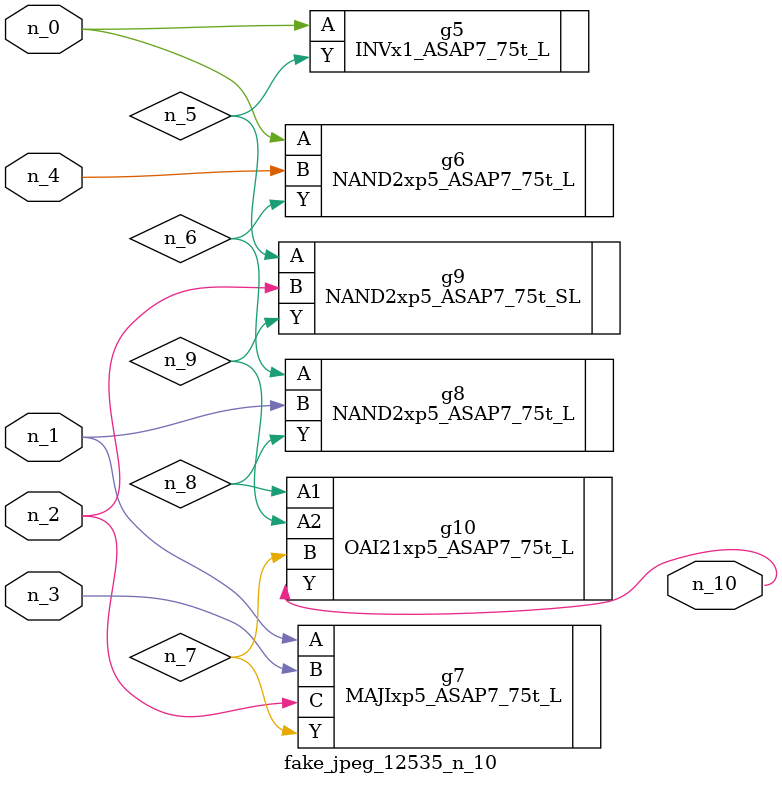
<source format=v>
module fake_jpeg_12535_n_10 (n_3, n_2, n_1, n_0, n_4, n_10);

input n_3;
input n_2;
input n_1;
input n_0;
input n_4;

output n_10;

wire n_8;
wire n_9;
wire n_6;
wire n_5;
wire n_7;

INVx1_ASAP7_75t_L g5 ( 
.A(n_0),
.Y(n_5)
);

NAND2xp5_ASAP7_75t_L g6 ( 
.A(n_0),
.B(n_4),
.Y(n_6)
);

MAJIxp5_ASAP7_75t_L g7 ( 
.A(n_1),
.B(n_3),
.C(n_2),
.Y(n_7)
);

NAND2xp5_ASAP7_75t_L g8 ( 
.A(n_6),
.B(n_1),
.Y(n_8)
);

OAI21xp5_ASAP7_75t_L g10 ( 
.A1(n_8),
.A2(n_9),
.B(n_7),
.Y(n_10)
);

NAND2xp5_ASAP7_75t_SL g9 ( 
.A(n_5),
.B(n_2),
.Y(n_9)
);


endmodule
</source>
